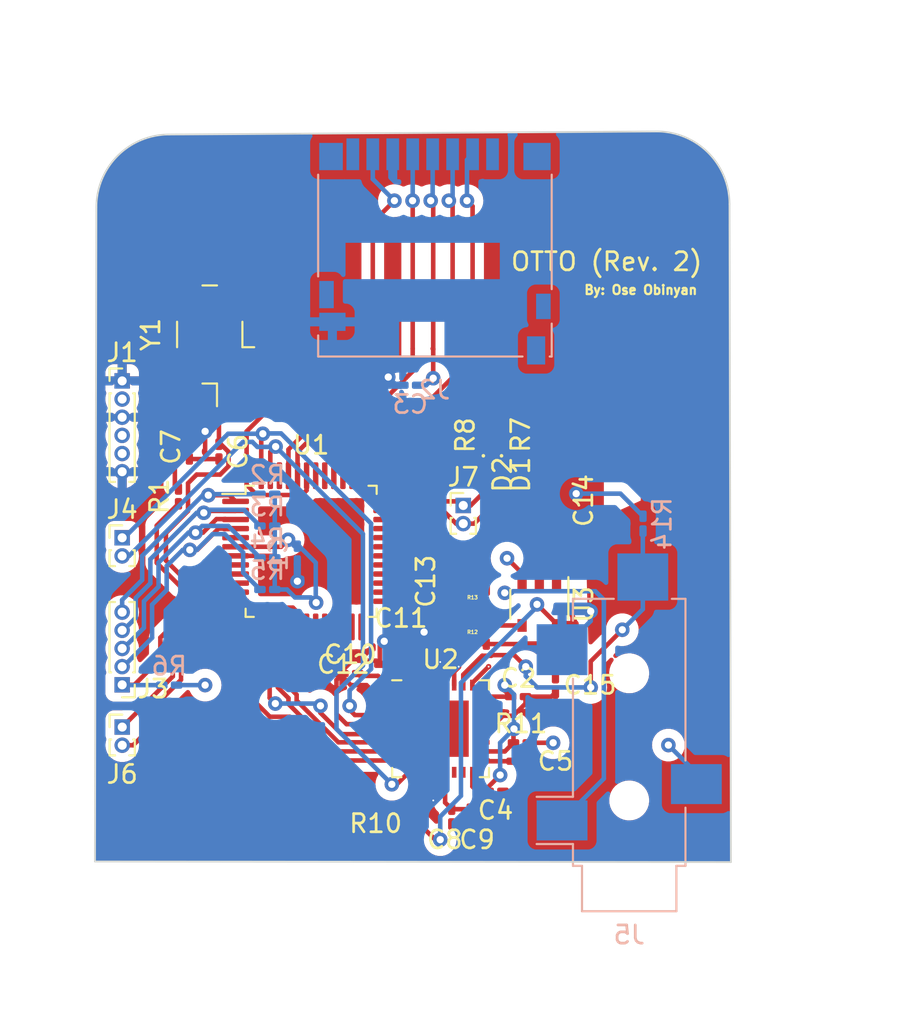
<source format=kicad_pcb>
(kicad_pcb (version 20221018) (generator pcbnew)
  (layers (0 "F.Cu" signal) (1 "In1.Cu" signal) (2 "In2.Cu" signal) (31 "B.Cu" signal) (34 "B.Paste" user) (35 "F.Paste" user) (36 "B.SilkS" user "B.Silkscreen") (37 "F.SilkS" user "F.Silkscreen") (38 "B.Mask" user) (39 "F.Mask" user) (44 "Edge.Cuts" user))
  (net 0 "")
  (net 1 "3.3v")
  (net 2 "VSS")
  (net 3 "Net-(U2-AVDD)")
  (net 4 "Net-(U2-BYPASS)")
  (net 5 "Net-(U1-PF0)")
  (net 6 "Net-(C7-Pad1)")
  (net 7 "Net-(U2-REF)")
  (net 8 "Net-(U2-C1P)")
  (net 9 "Net-(U2-HPVSS)")
  (net 10 "2.7v")
  (net 11 "Net-(D1-K)")
  (net 12 "SWDIO")
  (net 13 "Net-(D2-K)")
  (net 14 "SWCLK")
  (net 18 "CS")
  (net 19 "MOSI")
  (net 20 "CLK")
  (net 21 "MISO")
  (net 23 ".")
  (net 24 "..")
  (net 25 "...")
  (net 26 "Enter")
  (net 27 "....")
  (net 28 "SDA")
  (net 29 "SCL")
  (net 30 "HPL")
  (net 31 "HPR")
  (net 32 "HPS")
  (net 33 "RX")
  (net 34 "TX")
  (net 35 "Net-(U1-PF1)")
  (net 36 "Net-(U2-DVDD)")
  (net 37 "Net-(U3-ADJ)")
  (net 45 "I2S_WS")
  (net 46 "I2S_SCK")
  (net 47 "I2S_MCK")
  (net 48 "I2S_SD")
  (footprint "Resistor_SMD:R_0201_0603Metric_Pad0.64x0.40mm_HandSolder" (layer "F.Cu") (at 180.467 100.965)
    (fp_text reference "R11")
    (fp_text value "300" hide)
  )
  (footprint "LED_SMD:LED_0201_0603Metric_Pad0.64x0.40mm_HandSolder" (layer "F.Cu") (at 178.4 86.2 -90)
    (fp_text reference "D2")
    (fp_text value "LED")
  )
  (footprint "Capacitor_SMD:C_0201_0603Metric_Pad0.64x0.40mm_HandSolder" (layer "F.Cu") (at 163.83 84.9365 -90)
    (fp_text reference "C6")
    (fp_text value "15pf")
  )
  (footprint "Capacitor_SMD:C_0201_0603Metric_Pad0.64x0.40mm_HandSolder" (layer "F.Cu") (at 180.3135 98.425 180)
    (fp_text reference "C2")
    (fp_text value "1uF")
  )
  (footprint "Resistor_SMD:R_0201_0603Metric_Pad0.64x0.40mm_HandSolder" (layer "F.Cu") (at 178.562 95.123 90)
    (fp_text reference "R12")
    (fp_text value "500")
  )
  (footprint "Connector_PinHeader_1.00mm:PinHeader_1x02_P1.00mm_Vertical" (layer "F.Cu") (at 158.5 100.1)
    (fp_text reference "J6")
    (fp_text value "Conn_01x02")
  )
  (footprint "Crystal:Crystal_SMD_EuroQuartz_MJ-4Pin_5.0x3.2mm_HandSoldering" (layer "F.Cu") (at 163.322 78.486 90)
    (fp_text reference "Y1")
    (fp_text value "Crystal")
  )
  (footprint "LED_SMD:LED_0201_0603Metric_Pad0.64x0.40mm_HandSolder" (layer "F.Cu") (at 179.4 86.2 -90)
    (fp_text reference "D1")
    (fp_text value "LED")
  )
  (footprint "Capacitor_SMD:C_0201_0603Metric_Pad0.64x0.40mm_HandSolder" (layer "F.Cu") (at 176.657 105.029 90)
    (fp_text reference "C8")
    (fp_text value "10uF")
  )
  (footprint "Connector_PinHeader_1.00mm:PinHeader_1x02_P1.00mm_Vertical" (layer "F.Cu") (at 158.496 89.678)
    (fp_text reference "J4")
    (fp_text value "Conn_01x02")
  )
  (footprint "Capacitor_SMD:C_0201_0603Metric_Pad0.64x0.40mm_HandSolder" (layer "F.Cu") (at 177.673 105.029 90)
    (fp_text reference "C9")
    (fp_text value "0.1uF")
  )
  (footprint "Connector_PinHeader_1.00mm:PinHeader_1x06_P1.00mm_Vertical" (layer "F.Cu") (at 158.496 81.042)
    (fp_text reference "J1")
    (fp_text value "Conn_01x05" hide)
  )
  (footprint "Connector_PinHeader_1.00mm:PinHeader_1x02_P1.00mm_Vertical" (layer "F.Cu") (at 177.292 87.9)
    (fp_text reference "J7")
    (fp_text value "Conn_01x02")
  )
  (footprint "Resistor_SMD:R_0201_0603Metric_Pad0.64x0.40mm_HandSolder" (layer "F.Cu") (at 178.562 92.964 90)
    (fp_text reference "R13")
    (fp_text value "357")
  )
  (footprint "Package_DFN_QFN:WQFN-32-1EP_5x5mm_P0.5mm_EP3.1x3.1mm" (layer "F.Cu") (at 176.042 100.19)
    (fp_text reference "U2")
    (fp_text value "~")
  )
  (footprint "Capacitor_SMD:C_0201_0603Metric_Pad0.64x0.40mm_HandSolder" (layer "F.Cu") (at 171.069 97.155)
    (fp_text reference "C10")
    (fp_text value "2.2uF")
  )
  (footprint "Package_QFP:LQFP-48_7x7mm_P0.5mm" (layer "F.Cu") (at 168.91 90.424)
    (fp_text reference "U1")
    (fp_text value "STM32C031C6Tx")
  )
  (footprint "Capacitor_SMD:C_0201_0603Metric_Pad0.64x0.40mm_HandSolder" (layer "F.Cu") (at 182.372 97.79 90)
    (fp_text reference "C15")
    (fp_text value "0.7uF")
  )
  (footprint "Resistor_SMD:R_0201_0603Metric_Pad0.64x0.40mm_HandSolder" (layer "F.Cu") (at 179.4 84.0075 -90)
    (fp_text reference "R7")
    (fp_text value "1k")
  )
  (footprint "Capacitor_SMD:C_0201_0603Metric_Pad0.64x0.40mm_HandSolder" (layer "F.Cu") (at 173.101 96.647 180)
    (fp_text reference "C12")
    (fp_text value "1uF")
  )
  (footprint "Resistor_SMD:R_0201_0603Metric_Pad0.64x0.40mm_HandSolder" (layer "F.Cu") (at 178.4 84.0325 -90)
    (fp_text reference "R8")
    (fp_text value "1k")
  )
  (footprint "Capacitor_SMD:C_0201_0603Metric_Pad0.64x0.40mm_HandSolder" (layer "F.Cu") (at 176.276 92.075 90)
    (fp_text reference "C13")
    (fp_text value "1uF")
  )
  (footprint "Connector_PinHeader_1.00mm:PinHeader_1x05_P1.00mm_Vertical" (layer "F.Cu") (at 158.496 97.774 180)
    (fp_text reference "J3")
    (fp_text value "Conn_01x05" hide)
  )
  (footprint "Capacitor_SMD:C_0201_0603Metric_Pad0.64x0.40mm_HandSolder" (layer "F.Cu") (at 180.3915 101.981)
    (fp_text reference "C5")
    (fp_text value "2.2uF")
  )
  (footprint "Resistor_SMD:R_0201_0603Metric_Pad0.64x0.40mm_HandSolder" (layer "F.Cu") (at 174.625 104.775 -90)
    (fp_text reference "R10")
    (fp_text value "300")
  )
  (footprint "Resistor_SMD:R_0201_0603Metric_Pad0.64x0.40mm_HandSolder" (layer "F.Cu") (at 161.6 87.4 90)
    (fp_text reference "R1")
    (fp_text value "200k")
  )
  (footprint "Capacitor_SMD:C_0201_0603Metric_Pad0.64x0.40mm_HandSolder" (layer "F.Cu") (at 162.2 84.93 -90)
    (fp_text reference "C7")
    (fp_text value "15pf")
  )
  (footprint "Capacitor_SMD:C_0201_0603Metric_Pad0.64x0.40mm_HandSolder" (layer "F.Cu") (at 175.26 96.266 -90)
    (fp_text reference "C11")
    (fp_text value "2.2uF")
  )
  (footprint "Package_SO:TSOP-5_1.65x3.05mm_P0.95mm" (layer "F.Cu") (at 181.483 93.345 -90)
    (fp_text reference "U3")
    (fp_text value "~")
  )
  (footprint "Capacitor_SMD:C_0201_0603Metric_Pad0.64x0.40mm_HandSolder" (layer "F.Cu") (at 183.7955 89.535 180)
    (fp_text reference "C14")
    (fp_text value "1uF")
  )
  (footprint "Capacitor_SMD:C_0201_0603Metric_Pad0.64x0.40mm_HandSolder" (layer "F.Cu") (at 179.07 103.632 180)
    (fp_text reference "C4")
    (fp_text value "1uF")
  )
  (footprint "Resistor_SMD:R_0201_0603Metric_Pad0.64x0.40mm_HandSolder" (layer "B.Cu") (at 166.497 89.027 180)
    (fp_text reference "R3")
    (fp_text value "1k")
  )
  (footprint "Capacitor_SMD:C_0201_0603Metric_Pad0.64x0.40mm_HandSolder" (layer "B.Cu") (at 168.148 90.551 -90)
    (fp_text reference "C1")
    (fp_text value "100nF")
  )
  (footprint "Resistor_SMD:R_0201_0603Metric_Pad0.64x0.40mm_HandSolder" (layer "B.Cu") (at 166.497 87.277 180)
    (fp_text reference "R2")
    (fp_text value "1k")
  )
  (footprint "Resistor_SMD:R_0201_0603Metric_Pad0.64x0.40mm_HandSolder" (layer "B.Cu") (at 187.198 88.9 90)
    (fp_text reference "R14")
    (fp_text value "1k")
  )
  (footprint "Resistor_SMD:R_0201_0603Metric_Pad0.64x0.40mm_HandSolder" (layer "B.Cu") (at 166.497 90.777 180)
    (fp_text reference "R4")
    (fp_text value "1k")
  )
  (footprint "Capacitor_SMD:C_0201_0603Metric_Pad0.64x0.40mm_HandSolder" (layer "B.Cu") (at 174.371 81.28)
    (fp_text reference "C3")
    (fp_text value "100nF")
  )
  (footprint "Connector_Card:microSD_HC_Hirose_DM3D-SF" (layer "B.Cu") (at 175.731 73.914)
    (fp_text reference "J2")
    (fp_text value "Micro_SD_Card")
  )
  (footprint "Resistor_SMD:R_0201_0603Metric_Pad0.64x0.40mm_HandSolder" (layer "B.Cu") (at 161.0875 97.79 180)
    (fp_text reference "R6")
    (fp_text value "1k")
  )
  (footprint "Resistor_SMD:R_0201_0603Metric_Pad0.64x0.40mm_HandSolder" (layer "B.Cu") (at 166.497 92.527 180)
    (fp_text reference "R5")
    (fp_text value "1k")
  )
  (footprint "Connector_Audio:Jack_3.5mm_CUI_SJ-3524-SMT_Horizontal" (layer "B.Cu") (at 186.436 101.64)
    (fp_text reference "J5")
    (fp_text value "AudioJack3_SwitchT")
  )
  (gr_line (start 157 107.5) (end 157.078427 71.478427) (stroke (width 0.1)) (layer "Edge.Cuts"))
  (gr_arc (start 157.078427 71.478427) (mid 158.25 68.65) (end 161.078427 67.478427) (stroke (width 0.1)) (layer "Edge.Cuts"))
  (gr_line (start 192.038427 107.531573) (end 157 107.5) (stroke (width 0.1)) (layer "Edge.Cuts"))
  (gr_arc (start 187.96 67.31) (mid 190.788435 68.481565) (end 191.96 71.31) (stroke (width 0.1)) (layer "Edge.Cuts"))
  (gr_line (start 191.96 71.31) (end 192.038427 107.531573) (stroke (width 0.1)) (layer "Edge.Cuts"))
  (gr_line (start 161.078427 67.478427) (end 187.96 67.31) (stroke (width 0.1)) (layer "Edge.Cuts"))
  (gr_text "OTTO (Rev. 2)" (at 179.832 75.057) (layer "F.SilkS") (effects (font (size 1 1)) (justify left bottom)))
  (gr_text "By: Ose Obinyan" (at 183.896 76.327) (layer "F.SilkS") (effects (font (size 0.5 0.5) (thickness 0.125)) (justify left bottom)))
  (segment (start 175.636003 79.294003) (end 175.606 79.264) (width 0.25) (layer "F.Cu") (net 1))
  (segment (start 175.636003 71.2585) (end 175.636003 79.294003) (width 0.25) (layer "F.Cu") (net 1))
  (segment (start 180.533 91.633) (end 179.705 90.805) (width 0.25) (layer "F.Cu") (net 1))
  (segment (start 175.497503 71.12) (end 175.636003 71.2585) (width 0.25) (layer "F.Cu") (net 1))
  (segment (start 167.255 90.174) (end 164.7475 90.174) (width 0.25) (layer "F.Cu") (net 1))
  (segment (start 175.636003 80.894003) (end 175.636003 79.294003) (width 0.25) (layer "F.Cu") (net 1))
  (segment (start 180.533 92.185) (end 180.533 91.633) (width 0.25) (layer "F.Cu") (net 1))
  (segment (start 167.64 89.789) (end 167.255 90.174) (width 0.25) (layer "F.Cu") (net 1))
  (segment (start 180.8745 100.965) (end 182.245 100.965) (width 0.25) (layer "F.Cu") (net 1))
  (via (at 179.705 90.805) (size 0.8) (drill 0.4) (layers "F.Cu" "B.Cu") (net 1))
  (via (at 183.515 87.249) (size 0.8) (drill 0.4) (layers "F.Cu" "B.Cu") (net 1))
  (via (at 163.068 97.79) (size 0.8) (drill 0.4) (layers "F.Cu" "B.Cu") (net 1))
  (via (at 175.497503 71.12) (size 0.8) (drill 0.4) (layers "F.Cu" "B.Cu") (net 1))
  (via (at 167.64 89.789) (size 0.8) (drill 0.4) (layers "F.Cu" "B.Cu") (net 1))
  (via (at 169.184957 93.2495) (size 0.8) (drill 0.4) (layers "F.Cu" "B.Cu") (net 1))
  (via (at 182.245 100.965) (size 0.8) (drill 0.4) (layers "F.Cu" "B.Cu") (net 1))
  (via (at 175.636003 80.894003) (size 0.8) (drill 0.4) (layers "F.Cu" "B.Cu") (net 1))
  (segment (start 168.254312 90.1435) (end 168.148 90.1435) (width 0.25) (layer "B.Cu") (net 1))
  (segment (start 166.9045 87.277) (end 166.9045 89.027) (width 0.25) (layer "B.Cu") (net 1))
  (segment (start 175.250006 81.28) (end 175.636003 80.894003) (width 0.25) (layer "B.Cu") (net 1))
  (segment (start 167.9945 90.1435) (end 167.64 89.789) (width 0.25) (layer "B.Cu") (net 1))
  (segment (start 166.9045 90.777) (end 166.9045 92.527) (width 0.25) (layer "B.Cu") (net 1))
  (segment (start 166.9045 89.027) (end 166.9045 90.777) (width 0.25) (layer "B.Cu") (net 1))
  (segment (start 167.584 92.527) (end 166.9045 92.527) (width 0.25) (layer "B.Cu") (net 1))
  (segment (start 168.148 90.1435) (end 167.9945 90.1435) (width 0.25) (layer "B.Cu") (net 1))
  (segment (start 169.184957 93.2495) (end 168.899457 92.964) (width 0.25) (layer "B.Cu") (net 1))
  (segment (start 169.184957 93.2495) (end 169.164 93.228543) (width 0.25) (layer "B.Cu") (net 1))
  (segment (start 168.021 92.964) (end 167.584 92.527) (width 0.25) (layer "B.Cu") (net 1))
  (segment (start 168.899457 92.964) (end 168.021 92.964) (width 0.25) (layer "B.Cu") (net 1))
  (segment (start 187.198 88.4925) (end 185.9545 87.249) (width 0.25) (layer "B.Cu") (net 1))
  (segment (start 169.164 93.228543) (end 169.164 91.053188) (width 0.25) (layer "B.Cu") (net 1))
  (segment (start 161.495 97.79) (end 163.068 97.79) (width 0.25) (layer "B.Cu") (net 1))
  (segment (start 175.606 71.011503) (end 175.606 68.564) (width 0.25) (layer "B.Cu") (net 1))
  (segment (start 175.497503 71.12) (end 175.606 71.011503) (width 0.25) (layer "B.Cu") (net 1))
  (segment (start 174.7785 81.28) (end 175.250006 81.28) (width 0.25) (layer "B.Cu") (net 1))
  (segment (start 185.9545 87.249) (end 183.515 87.249) (width 0.25) (layer "B.Cu") (net 1))
  (segment (start 169.164 91.053188) (end 168.254312 90.1435) (width 0.25) (layer "B.Cu") (net 1))
  (segment (start 177.792 97.79) (end 177.792 97.671) (width 0.25) (layer "F.Cu") (net 2))
  (segment (start 182.372 98.679) (end 183.769 100.076) (width 0.25) (layer "F.Cu") (net 2))
  (segment (start 175.792 102.59) (end 175.792 103.989) (width 0.25) (layer "F.Cu") (net 2))
  (segment (start 171.1695 96.447001) (end 170.6615 96.955001) (width 0.25) (layer "F.Cu") (net 2))
  (segment (start 174.792 97.79) (end 174.792 97.126812) (width 0.25) (layer "F.Cu") (net 2))
  (segment (start 180.049 99.478) (end 180.721 98.806) (width 0.25) (layer "F.Cu") (net 2))
  (segment (start 172.6935 95.62) (end 172.9365 95.377) (width 0.25) (layer "F.Cu") (net 2))
  (segment (start 177.792 97.671) (end 178.689 96.774) (width 0.25) (layer "F.Cu") (net 2))
  (segment (start 163.83 85.344) (end 163.068 85.344) (width 0.25) (layer "F.Cu") (net 2))
  (segment (start 179.479 99.478) (end 180.049 99.478) (width 0.25) (layer "F.Cu") (net 2))
  (segment (start 178.442 99.94) (end 179.017 99.94) (width 0.25) (layer "F.Cu") (net 2))
  (segment (start 180.721 98.806) (end 180.721 98.425) (width 0.25) (layer "F.Cu") (net 2))
  (segment (start 170.859689 99.94) (end 170.3065 99.386811) (width 0.25) (layer "F.Cu") (net 2))
  (segment (start 173.160201 79.509799) (end 173.406 79.264) (width 0.25) (layer "F.Cu") (net 2))
  (segment (start 164.7475 90.674) (end 166.755598 90.674) (width 0.25) (layer "F.Cu") (net 2))
  (segment (start 170.6615 97.354999) (end 170.6615 97.155) (width 0.25) (layer "F.Cu") (net 2))
  (segment (start 170.6615 96.955001) (end 170.6615 97.155) (width 0.25) (layer "F.Cu") (net 2))
  (segment (start 163.068 85.344) (end 163.068 83.82) (width 0.25) (layer "F.Cu") (net 2))
  (segment (start 173.108 98.94) (end 171.958 97.79) (width 0.25) (layer "F.Cu") (net 2))
  (segment (start 182.1445 98.425) (end 182.372 98.1975) (width 0.25) (layer "F.Cu") (net 2))
  (segment (start 174.779896 95.8585) (end 175.26 95.8585) (width 0.25) (layer "F.Cu") (net 2))
  (segment (start 173.160201 80.831201) (end 173.160201 79.509799) (width 0.25) (layer "F.Cu") (net 2))
  (segment (start 170.3065 97.51) (end 170.6615 97.155) (width 0.25) (layer "F.Cu") (net 2))
  (segment (start 174.625 96.959812) (end 174.625 96.013396) (width 0.25) (layer "F.Cu") (net 2))
  (segment (start 171.958 97.79) (end 171.096501 97.79) (width 0.25) (layer "F.Cu") (net 2))
  (segment (start 174.792 97.126812) (end 174.625 96.959812) (width 0.25) (layer "F.Cu") (net 2))
  (segment (start 173.642 99.94) (end 170.859689 99.94) (width 0.25) (layer "F.Cu") (net 2))
  (segment (start 172.6935 96.647) (end 172.6935 95.62) (width 0.25) (layer "F.Cu") (net 2))
  (segment (start 166.755598 90.674) (end 168.152299 92.070701) (width 0.25) (layer "F.Cu") (net 2))
  (segment (start 176.657 105.4365) (end 177.673 105.4365) (width 0.25) (layer "F.Cu") (net 2))
  (segment (start 172.493501 96.447001) (end 171.1695 96.447001) (width 0.25) (layer "F.Cu") (net 2))
  (segment (start 179.017 99.94) (end 179.479 99.478) (width 0.25) (layer "F.Cu") (net 2))
  (segment (start 163.068 85.344) (end 162.2065 85.344) (width 0.25) (layer "F.Cu") (net 2))
  (segment (start 175.26 95.8585) (end 175.26 94.996) (width 0.25) (layer "F.Cu") (net 2))
  (segment (start 175.26 94.996) (end 175.133 94.869) (width 0.25) (layer "F.Cu") (net 2))
  (segment (start 173.642 98.94) (end 173.108 98.94) (width 0.25) (layer "F.Cu") (net 2))
  (segment (start 171.096501 97.79) (end 170.6615 97.354999) (width 0.25) (layer "F.Cu") (net 2))
  (segment (start 174.625 96.013396) (end 174.779896 95.8585) (width 0.25) (layer "F.Cu") (net 2))
  (segment (start 182.372 98.1975) (end 182.372 98.679) (width 0.25) (layer "F.Cu") (net 2))
  (segment (start 172.6935 96.647) (end 172.493501 96.447001) (width 0.25) (layer "F.Cu") (net 2))
  (segment (start 180.721 98.425) (end 182.1445 98.425) (width 0.25) (layer "F.Cu") (net 2))
  (segment (start 162.2065 85.344) (end 162.2 85.3375) (width 0.25) (layer "F.Cu") (net 2))
  (segment (start 170.3065 99.386811) (end 170.3065 97.51) (width 0.25) (layer "F.Cu") (net 2))
  (segment (start 175.792 103.989) (end 175.641 104.14) (width 0.25) (layer "F.Cu") (net 2))
  (via (at 173.160201 80.831201) (size 0.8) (drill 0.4) (layers "F.Cu" "B.Cu") (net 2))
  (via (at 184.3145 93.726) (size 0.8) (drill 0.4) (layers "F.Cu" "B.Cu") (net 2))
  (via micro (at 178.689 96.774) (size 0.3) (drill 0.1) (layers "F.Cu" "In1.Cu") (net 2))
  (via (at 172.9365 95.377) (size 0.8) (drill 0.4) (layers "F.Cu" "B.Cu") (net 2))
  (via (at 175.133 94.869) (size 0.8) (drill 0.4) (layers "F.Cu" "B.Cu") (net 2))
  (via (at 163.068 83.82) (size 0.8) (drill 0.4) (layers "F.Cu" "B.Cu") (net 2))
  (via (at 168.152299 92.070701) (size 0.8) (drill 0.4) (layers "F.Cu" "B.Cu") (net 2))
  (via micro (at 175.641 104.14) (size 0.3) (drill 0.1) (layers "F.Cu" "In1.Cu") (net 2))
  (segment (start 168.148 90.9585) (end 168.148 92.066402) (width 0.25) (layer "B.Cu") (net 2))
  (segment (start 173.9635 81.28) (end 173.609 81.28) (width 0.25) (layer "B.Cu") (net 2))
  (segment (start 182.736 95.84) (end 184.3145 94.2615) (width 0.25) (layer "B.Cu") (net 2))
  (segment (start 173.609 81.28) (end 173.160201 80.831201) (width 0.25) (layer "B.Cu") (net 2))
  (segment (start 184.3145 94.2615) (end 184.3145 93.726) (width 0.25) (layer "B.Cu") (net 2))
  (segment (start 168.148 92.066402) (end 168.152299 92.070701) (width 0.25) (layer "B.Cu") (net 2))
  (segment (start 180.0595 100.965) (end 180.0595 100.2295) (width 0.25) (layer "F.Cu") (net 3))
  (segment (start 178.6625 103.4045) (end 179.324 102.743) (width 0.25) (layer "F.Cu") (net 3))
  (segment (start 179.906 98.425) (end 178.457 98.425) (width 0.25) (layer "F.Cu") (net 3))
  (segment (start 178.6625 103.632) (end 178.6625 103.4045) (width 0.25) (layer "F.Cu") (net 3))
  (segment (start 179.578 97.79) (end 179.578 98.097) (width 0.25) (layer "F.Cu") (net 3))
  (segment (start 179.578 98.097) (end 179.906 98.425) (width 0.25) (layer "F.Cu") (net 3))
  (segment (start 178.457 98.425) (end 178.442 98.44) (width 0.25) (layer "F.Cu") (net 3))
  (segment (start 178.6625 103.632) (end 178.054 103.632) (width 0.25) (layer "F.Cu") (net 3))
  (segment (start 177.792 103.37) (end 177.792 102.59) (width 0.25) (layer "F.Cu") (net 3))
  (segment (start 179.5845 101.44) (end 178.442 101.44) (width 0.25) (layer "F.Cu") (net 3))
  (segment (start 178.054 103.632) (end 177.792 103.37) (width 0.25) (layer "F.Cu") (net 3))
  (segment (start 180.0595 100.965) (end 179.5845 101.44) (width 0.25) (layer "F.Cu") (net 3))
  (segment (start 180.0595 100.2295) (end 180.086 100.203) (width 0.25) (layer "F.Cu") (net 3))
  (via (at 179.324 102.743) (size 0.8) (drill 0.4) (layers "F.Cu" "B.Cu") (net 3))
  (via (at 179.578 97.79) (size 0.8) (drill 0.4) (layers "F.Cu" "B.Cu") (net 3))
  (via (at 180.086 100.203) (size 0.8) (drill 0.4) (layers "F.Cu" "B.Cu") (net 3))
  (segment (start 179.578 97.79) (end 180.086 98.298) (width 0.25) (layer "B.Cu") (net 3))
  (segment (start 179.324 102.743) (end 179.324 100.965) (width 0.25) (layer "B.Cu") (net 3))
  (segment (start 179.324 100.965) (end 180.086 100.203) (width 0.25) (layer "B.Cu") (net 3))
  (segment (start 180.086 98.298) (end 180.086 100.203) (width 0.25) (layer "B.Cu") (net 3))
  (segment (start 178.483 101.981) (end 178.442 101.94) (width 0.25) (layer "F.Cu") (net 4))
  (segment (start 179.984 101.981) (end 178.483 101.981) (width 0.25) (layer "F.Cu") (net 4))
  (segment (start 163.83 84.529) (end 163.936312 84.529) (width 0.25) (layer "F.Cu") (net 5))
  (segment (start 164.747 80.811) (end 164.747 82.253) (width 0.25) (layer "F.Cu") (net 5))
  (segment (start 160.909 90.930604) (end 161.857396 91.879) (width 0.25) (layer "F.Cu") (net 5))
  (segment (start 163.83 83.17) (end 163.83 84.529) (width 0.25) (layer "F.Cu") (net 5))
  (segment (start 164.355 84.947688) (end 164.355 85.740312) (width 0.25) (layer "F.Cu") (net 5))
  (segment (start 164.355 85.740312) (end 163.895312 86.2) (width 0.25) (layer "F.Cu") (net 5))
  (segment (start 164.747 82.253) (end 163.83 83.17) (width 0.25) (layer "F.Cu") (net 5))
  (segment (start 163.895312 86.2) (end 162.6 86.2) (width 0.25) (layer "F.Cu") (net 5))
  (segment (start 163.936312 84.529) (end 164.355 84.947688) (width 0.25) (layer "F.Cu") (net 5))
  (segment (start 162.125 86.675) (end 162.125 88.203812) (width 0.25) (layer "F.Cu") (net 5))
  (segment (start 162.6 86.2) (end 162.125 86.675) (width 0.25) (layer "F.Cu") (net 5))
  (segment (start 162.623416 91.879) (end 163.328416 91.174) (width 0.25) (layer "F.Cu") (net 5))
  (segment (start 160.909 89.419812) (end 160.909 90.930604) (width 0.25) (layer "F.Cu") (net 5))
  (segment (start 161.857396 91.879) (end 162.623416 91.879) (width 0.25) (layer "F.Cu") (net 5))
  (segment (start 163.328416 91.174) (end 164.7475 91.174) (width 0.25) (layer "F.Cu") (net 5))
  (segment (start 162.125 88.203812) (end 160.909 89.419812) (width 0.25) (layer "F.Cu") (net 5))
  (segment (start 162.000001 84.5225) (end 161.4 85.122501) (width 0.25) (layer "F.Cu") (net 6))
  (segment (start 163.047 82.698) (end 162.2 83.545) (width 0.25) (layer "F.Cu") (net 6))
  (segment (start 162.2 84.5225) (end 162.000001 84.5225) (width 0.25) (layer "F.Cu") (net 6))
  (segment (start 161.4 86.7925) (end 161.6 86.9925) (width 0.25) (layer "F.Cu") (net 6))
  (segment (start 162.2 83.545) (end 162.2 84.5225) (width 0.25) (layer "F.Cu") (net 6))
  (segment (start 163.047 77.861) (end 163.047 82.698) (width 0.25) (layer "F.Cu") (net 6))
  (segment (start 161.4 85.122501) (end 161.4 86.7925) (width 0.25) (layer "F.Cu") (net 6))
  (segment (start 164.747 76.161) (end 163.047 77.861) (width 0.25) (layer "F.Cu") (net 6))
  (segment (start 176.657 104.6215) (end 176.292 104.2565) (width 0.25) (layer "F.Cu") (net 7))
  (segment (start 177.673 104.6215) (end 176.657 104.6215) (width 0.25) (layer "F.Cu") (net 7))
  (segment (start 176.292 104.2565) (end 176.292 102.59) (width 0.25) (layer "F.Cu") (net 7))
  (segment (start 173.642 98.44) (end 173.642 98.331) (width 0.25) (layer "F.Cu") (net 8))
  (segment (start 172.593 97.282) (end 171.6035 97.282) (width 0.25) (layer "F.Cu") (net 8))
  (segment (start 171.6035 97.282) (end 171.4765 97.155) (width 0.25) (layer "F.Cu") (net 8))
  (segment (start 173.642 98.331) (end 172.593 97.282) (width 0.25) (layer "F.Cu") (net 8))
  (segment (start 175.26 97.758) (end 175.292 97.79) (width 0.25) (layer "F.Cu") (net 9))
  (segment (start 175.26 96.6735) (end 175.26 97.758) (width 0.25) (layer "F.Cu") (net 9))
  (segment (start 175.292 96.7055) (end 175.26 96.6735) (width 0.25) (layer "F.Cu") (net 9))
  (segment (start 176.022 106.299) (end 175.7415 106.299) (width 0.25) (layer "F.Cu") (net 10))
  (segment (start 177.9005 95.5305) (end 177.8 95.631) (width 0.25) (layer "F.Cu") (net 10))
  (segment (start 182.372 97.3825) (end 182.372 96.393) (width 0.25) (layer "F.Cu") (net 10))
  (segment (start 176.292 97.79) (end 176.292 96.921752) (width 0.25) (layer "F.Cu") (net 10))
  (segment (start 178.562 95.5305) (end 177.9005 95.5305) (width 0.25) (layer "F.Cu") (net 10))
  (segment (start 178.562 95.5305) (end 181.2555 95.5305) (width 0.25) (layer "F.Cu") (net 10))
  (segment (start 176.292 96.921752) (end 176.497 96.716752) (width 0.25) (layer "F.Cu") (net 10))
  (segment (start 181.2555 95.5305) (end 181.483 95.758) (width 0.25) (layer "F.Cu") (net 10))
  (segment (start 173.99 96.647) (end 173.99 95.25) (width 0.25) (layer "F.Cu") (net 10))
  (segment (start 176.497 95.791) (end 176.53 95.758) (width 0.25) (layer "F.Cu") (net 10))
  (segment (start 182.433 94.422) (end 181.356 93.345) (width 0.25) (layer "F.Cu") (net 10))
  (segment (start 174.292 97.457) (end 173.99 97.155) (width 0.25) (layer "F.Cu") (net 10))
  (segment (start 175.7415 106.299) (end 174.625 105.1825) (width 0.25) (layer "F.Cu") (net 10))
  (segment (start 182.433 94.505) (end 182.433 94.422) (width 0.25) (layer "F.Cu") (net 10))
  (segment (start 173.99 96.647) (end 173.5085 96.647) (width 0.25) (layer "F.Cu") (net 10))
  (segment (start 176.497 96.716752) (end 176.497 95.791) (width 0.25) (layer "F.Cu") (net 10))
  (segment (start 174.292 97.79) (end 174.292 97.457) (width 0.25) (layer "F.Cu") (net 10))
  (segment (start 173.99 97.155) (end 173.99 96.647) (width 0.25) (layer "F.Cu") (net 10))
  (via (at 176.022 106.299) (size 0.8) (drill 0.4) (layers "F.Cu" "B.Cu") (net 10))
  (via (at 181.356 93.345) (size 0.8) (drill 0.4) (layers "F.Cu" "B.Cu") (net 10))
  (segment (start 181.356 93.472) (end 181.356 93.345) (width 0.25) (layer "B.Cu") (net 10))
  (segment (start 176.022 106.299) (end 176.022 105.029) (width 0.25) (layer "B.Cu") (net 10))
  (segment (start 176.022 105.029) (end 177.165 103.886) (width 0.25) (layer "B.Cu") (net 10))
  (segment (start 177.165 97.663) (end 181.356 93.472) (width 0.25) (layer "B.Cu") (net 10))
  (segment (start 177.165 103.886) (end 177.165 97.663) (width 0.25) (layer "B.Cu") (net 10))
  (segment (start 179.4 85.7925) (end 179.4 84.415) (width 0.25) (layer "F.Cu") (net 11))
  (segment (start 177.89304 88.9) (end 179.4 87.39304) (width 0.25) (layer "F.Cu") (net 12))
  (segment (start 177.292 88.9) (end 177.89304 88.9) (width 0.25) (layer "F.Cu") (net 12))
  (segment (start 176.174 88.174) (end 173.0725 88.174) (width 0.25) (layer "F.Cu") (net 12))
  (segment (start 177.292 88.9) (end 176.9 88.9) (width 0.25) (layer "F.Cu") (net 12))
  (segment (start 176.9 88.9) (end 176.174 88.174) (width 0.25) (layer "F.Cu") (net 12))
  (segment (start 179.4 87.39304) (end 179.4 86.6075) (width 0.25) (layer "F.Cu") (net 12))
  (segment (start 178.4 85.7925) (end 178.4 84.44) (width 0.25) (layer "F.Cu") (net 13))
  (segment (start 178.4 87.2) (end 178.4 86.6075) (width 0.25) (layer "F.Cu") (net 14))
  (segment (start 177.292 87.9) (end 177.066 87.674) (width 0.25) (layer "F.Cu") (net 14))
  (segment (start 177.292 87.9) (end 177.7 87.9) (width 0.25) (layer "F.Cu") (net 14))
  (segment (start 177.066 87.674) (end 173.0725 87.674) (width 0.25) (layer "F.Cu") (net 14))
  (segment (start 177.7 87.9) (end 178.4 87.2) (width 0.25) (layer "F.Cu") (net 14))
  (segment (start 177.806 80.385) (end 174.995 83.196) (width 0.25) (layer "F.Cu") (net 18))
  (segment (start 171.66 84.118) (end 171.66 86.2615) (width 0.25) (layer "F.Cu") (net 18))
  (segment (start 174.995 83.196) (end 172.582 83.196) (width 0.25) (layer "F.Cu") (net 18))
  (segment (start 177.806 71.429491) (end 177.806 80.385) (width 0.25) (layer "F.Cu") (net 18))
  (segment (start 177.496509 71.12) (end 177.806 71.429491) (width 0.25) (layer "F.Cu") (net 18))
  (segment (start 172.582 83.196) (end 171.66 84.118) (width 0.25) (layer "F.Cu") (net 18))
  (via (at 177.496509 71.12) (size 0.8) (drill 0.4) (layers "F.Cu" "B.Cu") (net 18))
  (segment (start 177.496509 71.12) (end 177.496509 68.873491) (width 0.25) (layer "B.Cu") (net 18))
  (segment (start 177.496509 68.873491) (end 177.806 68.564) (width 0.25) (layer "B.Cu") (net 18))
  (segment (start 176.497006 71.12) (end 176.706 71.328994) (width 0.25) (layer "F.Cu") (net 19))
  (segment (start 176.706 80.848604) (end 174.808604 82.746) (width 0.25) (layer "F.Cu") (net 19))
  (segment (start 170.366396 82.746) (end 168.16 84.952396) (width 0.25) (layer "F.Cu") (net 19))
  (segment (start 168.16 84.952396) (end 168.16 86.2615) (width 0.25) (layer "F.Cu") (net 19))
  (segment (start 176.706 71.328994) (end 176.706 80.848604) (width 0.25) (layer "F.Cu") (net 19))
  (segment (start 174.808604 82.746) (end 170.366396 82.746) (width 0.25) (layer "F.Cu") (net 19))
  (via (at 176.497006 71.12) (size 0.8) (drill 0.4) (layers "F.Cu" "B.Cu") (net 19))
  (segment (start 176.706 70.911006) (end 176.706 68.564) (width 0.25) (layer "B.Cu") (net 19))
  (segment (start 176.497006 71.12) (end 176.706 70.911006) (width 0.25) (layer "B.Cu") (net 19))
  (segment (start 167.66 86.2615) (end 167.66 84.816) (width 0.25) (layer "F.Cu") (net 20))
  (segment (start 172.72 82.296) (end 174.506 80.51) (width 0.25) (layer "F.Cu") (net 20))
  (segment (start 167.66 84.816) (end 170.18 82.296) (width 0.25) (layer "F.Cu") (net 20))
  (segment (start 174.506 71.128) (end 174.498 71.12) (width 0.25) (layer "F.Cu") (net 20))
  (segment (start 174.506 80.51) (end 174.506 79.264) (width 0.25) (layer "F.Cu") (net 20))
  (segment (start 170.18 82.296) (end 172.72 82.296) (width 0.25) (layer "F.Cu") (net 20))
  (segment (start 174.506 79.264) (end 174.506 71.128) (width 0.25) (layer "F.Cu") (net 20))
  (via (at 174.498 71.12) (size 0.8) (drill 0.4) (layers "F.Cu" "B.Cu") (net 20))
  (segment (start 174.498 71.12) (end 174.506 71.112) (width 0.25) (layer "B.Cu") (net 20))
  (segment (start 174.506 71.112) (end 174.506 68.564) (width 0.25) (layer "B.Cu") (net 20))
  (segment (start 167.328 81.846) (end 165.354 83.82) (width 0.25) (layer "F.Cu") (net 21))
  (segment (start 173.498497 71.12) (end 172.306 72.312497) (width 0.25) (layer "F.Cu") (net 21))
  (segment (start 168.402764 87.324) (end 168.66 87.066764) (width 0.25) (layer "F.Cu") (net 21))
  (segment (start 165.917236 87.324) (end 168.402764 87.324) (width 0.25) (layer "F.Cu") (net 21))
  (segment (start 165.354 83.82) (end 165.354 86.760764) (width 0.25) (layer "F.Cu") (net 21))
  (segment (start 170.884 81.846) (end 167.328 81.846) (width 0.25) (layer "F.Cu") (net 21))
  (segment (start 165.354 86.760764) (end 165.917236 87.324) (width 0.25) (layer "F.Cu") (net 21))
  (segment (start 168.66 87.066764) (end 168.66 86.2615) (width 0.25) (layer "F.Cu") (net 21))
  (segment (start 172.306 80.424) (end 170.884 81.846) (width 0.25) (layer "F.Cu") (net 21))
  (segment (start 172.306 72.312497) (end 172.306 80.424) (width 0.25) (layer "F.Cu") (net 21))
  (via (at 173.498497 71.12) (size 0.8) (drill 0.4) (layers "F.Cu" "B.Cu") (net 21))
  (segment (start 173.498497 71.12) (end 172.306 69.927503) (width 0.25) (layer "B.Cu") (net 21))
  (segment (start 172.306 69.927503) (end 172.306 68.564) (width 0.25) (layer "B.Cu") (net 21))
  (segment (start 164.408265 87.334765) (end 164.7475 87.674) (width 0.25) (layer "F.Cu") (net 23))
  (segment (start 163.24427 87.334765) (end 164.408265 87.334765) (width 0.25) (layer "F.Cu") (net 23))
  (via (at 163.24427 87.334765) (size 0.8) (drill 0.4) (layers "F.Cu" "B.Cu") (net 23))
  (segment (start 159.6 91.996994) (end 158.496 93.100994) (width 0.25) (layer "B.Cu") (net 23))
  (segment (start 158.496 93.100994) (end 158.496 93.774) (width 0.25) (layer "B.Cu") (net 23))
  (segment (start 159.6 90.672792) (end 159.6 91.996994) (width 0.25) (layer "B.Cu") (net 23))
  (segment (start 163.24427 87.334765) (end 162.938027 87.334765) (width 0.25) (layer "B.Cu") (net 23))
  (segment (start 162.938027 87.334765) (end 159.6 90.672792) (width 0.25) (layer "B.Cu") (net 23))
  (segment (start 163.302035 87.277) (end 166.0895 87.277) (width 0.25) (layer "B.Cu") (net 23))
  (segment (start 163.24427 87.334765) (end 163.302035 87.277) (width 0.25) (layer "B.Cu") (net 23))
  (segment (start 162.994283 88.3025) (end 163.097783 88.199) (width 0.25) (layer "F.Cu") (net 24))
  (segment (start 164.7225 88.199) (end 164.7475 88.174) (width 0.25) (layer "F.Cu") (net 24))
  (segment (start 163.097783 88.199) (end 164.7225 88.199) (width 0.25) (layer "F.Cu") (net 24))
  (via (at 162.994283 88.3025) (size 0.8) (drill 0.4) (layers "F.Cu" "B.Cu") (net 24))
  (segment (start 160.05 90.859188) (end 160.05 92.18339) (width 0.25) (layer "B.Cu") (net 24))
  (segment (start 162.606688 88.3025) (end 160.05 90.859188) (width 0.25) (layer "B.Cu") (net 24))
  (segment (start 162.994283 88.3025) (end 162.606688 88.3025) (width 0.25) (layer "B.Cu") (net 24))
  (segment (start 162.994283 88.3025) (end 163.158783 88.138) (width 0.25) (layer "B.Cu") (net 24))
  (segment (start 165.227 88.138) (end 165.227 88.1645) (width 0.25) (layer "B.Cu") (net 24))
  (segment (start 159.246 94.084661) (end 158.556661 94.774) (width 0.25) (layer "B.Cu") (net 24))
  (segment (start 158.556661 94.774) (end 158.496 94.774) (width 0.25) (layer "B.Cu") (net 24))
  (segment (start 163.158783 88.138) (end 165.227 88.138) (width 0.25) (layer "B.Cu") (net 24))
  (segment (start 160.05 92.18339) (end 159.246 92.98739) (width 0.25) (layer "B.Cu") (net 24))
  (segment (start 165.227 88.1645) (end 166.0895 89.027) (width 0.25) (layer "B.Cu") (net 24))
  (segment (start 159.246 92.98739) (end 159.246 94.084661) (width 0.25) (layer "B.Cu") (net 24))
  (segment (start 162.947547 89.394689) (end 163.693236 88.649) (width 0.25) (layer "F.Cu") (net 25))
  (segment (start 164.191236 88.649) (end 164.216236 88.674) (width 0.25) (layer "F.Cu") (net 25))
  (segment (start 162.538567 89.394689) (end 162.947547 89.394689) (width 0.25) (layer "F.Cu") (net 25))
  (segment (start 164.216236 88.674) (end 164.7475 88.674) (width 0.25) (layer "F.Cu") (net 25))
  (segment (start 163.693236 88.649) (end 164.191236 88.649) (width 0.25) (layer "F.Cu") (net 25))
  (via (at 162.538567 89.394689) (size 0.8) (drill 0.4) (layers "F.Cu" "B.Cu") (net 25))
  (segment (start 159.696 93.173786) (end 159.696 94.634661) (width 0.25) (layer "B.Cu") (net 25))
  (segment (start 158.556661 95.774) (end 158.496 95.774) (width 0.25) (layer "B.Cu") (net 25))
  (segment (start 162.150895 89.394689) (end 160.5 91.045584) (width 0.25) (layer "B.Cu") (net 25))
  (segment (start 160.5 92.369786) (end 159.696 93.173786) (width 0.25) (layer "B.Cu") (net 25))
  (segment (start 162.538567 89.394689) (end 162.150895 89.394689) (width 0.25) (layer "B.Cu") (net 25))
  (segment (start 159.696 94.634661) (end 158.556661 95.774) (width 0.25) (layer "B.Cu") (net 25))
  (segment (start 162.538567 89.394689) (end 162.906256 89.027) (width 0.25) (layer "B.Cu") (net 25))
  (segment (start 160.5 91.045584) (end 160.5 92.369786) (width 0.25) (layer "B.Cu") (net 25))
  (segment (start 162.906256 89.027) (end 164.3395 89.027) (width 0.25) (layer "B.Cu") (net 25))
  (segment (start 164.3395 89.027) (end 166.0895 90.777) (width 0.25) (layer "B.Cu") (net 25))
  (segment (start 163.601208 92.174) (end 164.7475 92.174) (width 0.25) (layer "F.Cu") (net 26))
  (segment (start 159.171 97.774) (end 160.6 96.345) (width 0.25) (layer "F.Cu") (net 26))
  (segment (start 160.6 96.345) (end 160.6 95.175208) (width 0.25) (layer "F.Cu") (net 26))
  (segment (start 158.496 97.774) (end 159.171 97.774) (width 0.25) (layer "F.Cu") (net 26))
  (segment (start 160.6 95.175208) (end 163.601208 92.174) (width 0.25) (layer "F.Cu") (net 26))
  (segment (start 158.512 97.79) (end 158.496 97.774) (width 0.25) (layer "B.Cu") (net 26))
  (segment (start 160.68 97.79) (end 158.512 97.79) (width 0.25) (layer "B.Cu") (net 26))
  (segment (start 162.226091 90.344091) (end 162.634541 90.344091) (width 0.25) (layer "F.Cu") (net 27))
  (segment (start 163.804632 89.174) (end 164.7475 89.174) (width 0.25) (layer "F.Cu") (net 27))
  (segment (start 162.634541 90.344091) (end 163.804632 89.174) (width 0.25) (layer "F.Cu") (net 27))
  (via (at 162.226091 90.344091) (size 0.8) (drill 0.4) (layers "F.Cu" "B.Cu") (net 27))
  (segment (start 160.146 95.184661) (end 158.556661 96.774) (width 0.25) (layer "B.Cu") (net 27))
  (segment (start 162.226091 90.344091) (end 161.837889 90.344091) (width 0.25) (layer "B.Cu") (net 27))
  (segment (start 161.837889 90.344091) (end 160.95 91.23198) (width 0.25) (layer "B.Cu") (net 27))
  (segment (start 164.153104 89.477) (end 165.163552 90.487448) (width 0.25) (layer "B.Cu") (net 27))
  (segment (start 158.556661 96.774) (end 158.496 96.774) (width 0.25) (layer "B.Cu") (net 27))
  (segment (start 160.146 93.360182) (end 160.146 95.184661) (width 0.25) (layer "B.Cu") (net 27))
  (segment (start 162.615001 90.344091) (end 163.482092 89.477) (width 0.25) (layer "B.Cu") (net 27))
  (segment (start 163.482092 89.477) (end 164.153104 89.477) (width 0.25) (layer "B.Cu") (net 27))
  (segment (start 160.95 91.23198) (end 160.95 92.556182) (width 0.25) (layer "B.Cu") (net 27))
  (segment (start 160.95 92.556182) (end 160.146 93.360182) (width 0.25) (layer "B.Cu") (net 27))
  (segment (start 165.163552 91.601052) (end 166.0895 92.527) (width 0.25) (layer "B.Cu") (net 27))
  (segment (start 162.226091 90.344091) (end 162.615001 90.344091) (width 0.25) (layer "B.Cu") (net 27))
  (segment (start 165.163552 90.487448) (end 165.163552 91.601052) (width 0.25) (layer "B.Cu") (net 27))
  (segment (start 171.0315 99.1495) (end 171.322 99.44) (width 0.25) (layer "F.Cu") (net 28))
  (segment (start 166.16 84.038598) (end 166.16 86.2615) (width 0.25) (layer "F.Cu") (net 28))
  (segment (start 171.0315 98.933) (end 171.0315 99.1495) (width 0.25) (layer "F.Cu") (net 28))
  (segment (start 171.322 99.44) (end 173.642 99.44) (width 0.25) (layer "F.Cu") (net 28))
  (segment (start 166.247299 83.951299) (end 166.16 84.038598) (width 0.25) (layer "F.Cu") (net 28))
  (via (at 171.0315 98.933) (size 0.8) (drill 0.4) (layers "F.Cu" "B.Cu") (net 28))
  (via (at 166.247299 83.951299) (size 0.8) (drill 0.4) (layers "F.Cu" "B.Cu") (net 28))
  (segment (start 172.212 96.902396) (end 172.212 88.892373) (width 0.25) (layer "B.Cu") (net 28))
  (segment (start 171.0315 98.082896) (end 172.212 96.902396) (width 0.25) (layer "B.Cu") (net 28))
  (segment (start 172.212 88.892373) (end 167.253519 83.933892) (width 0.25) (layer "B.Cu") (net 28))
  (segment (start 167.253519 83.933892) (end 166.264706 83.933892) (width 0.25) (layer "B.Cu") (net 28))
  (segment (start 158.607 89.678) (end 158.496 89.678) (width 0.25) (layer "B.Cu") (net 28))
  (segment (start 166.264706 83.933892) (end 166.247299 83.951299) (width 0.25) (layer "B.Cu") (net 28))
  (segment (start 164.333701 83.951299) (end 158.607 89.678) (width 0.25) (layer "B.Cu") (net 28))
  (segment (start 166.247299 83.951299) (end 164.333701 83.951299) (width 0.25) (layer "B.Cu") (net 28))
  (segment (start 171.0315 98.933) (end 171.0315 98.082896) (width 0.25) (layer "B.Cu") (net 28))
  (segment (start 166.953214 84.658892) (end 166.66 84.952106) (width 0.25) (layer "F.Cu") (net 29))
  (segment (start 173.355 103.251) (end 173.631 103.251) (width 0.25) (layer "F.Cu") (net 29))
  (segment (start 166.66 84.952106) (end 166.66 86.2615) (width 0.25) (layer "F.Cu") (net 29))
  (segment (start 173.631 103.251) (end 174.292 102.59) (width 0.25) (layer "F.Cu") (net 29))
  (via (at 166.953214 84.658892) (size 0.8) (drill 0.4) (layers "F.Cu" "B.Cu") (net 29))
  (via (at 173.355 103.251) (size 0.8) (drill 0.4) (layers "F.Cu" "B.Cu") (net 29))
  (segment (start 158.877 90.678) (end 158.496 90.678) (width 0.25) (layer "B.Cu") (net 29))
  (segment (start 170.307 100.203) (end 173.355 103.251) (width 0.25) (layer "B.Cu") (net 29))
  (segment (start 171.762 89.467678) (end 171.762 96.716) (width 0.25) (layer "B.Cu") (net 29))
  (segment (start 165.671994 84.401299) (end 165.153701 84.401299) (width 0.25) (layer "B.Cu") (net 29))
  (segment (start 165.153701 84.401299) (end 158.877 90.678) (width 0.25) (layer "B.Cu") (net 29))
  (segment (start 166.953214 84.658892) (end 166.935807 84.676299) (width 0.25) (layer "B.Cu") (net 29))
  (segment (start 166.953214 84.658892) (end 171.762 89.467678) (width 0.25) (layer "B.Cu") (net 29))
  (segment (start 165.946994 84.676299) (end 165.671994 84.401299) (width 0.25) (layer "B.Cu") (net 29))
  (segment (start 166.935807 84.676299) (end 165.946994 84.676299) (width 0.25) (layer "B.Cu") (net 29))
  (segment (start 170.307 98.171) (end 170.307 100.203) (width 0.25) (layer "B.Cu") (net 29))
  (segment (start 171.762 96.716) (end 170.307 98.171) (width 0.25) (layer "B.Cu") (net 29))
  (segment (start 175.792 96.75) (end 176.022 96.52) (width 0.25) (layer "F.Cu") (net 30))
  (segment (start 175.792 97.79) (end 175.792 96.75) (width 0.25) (layer "F.Cu") (net 30))
  (via micro (at 176.022 96.52) (size 0.3) (drill 0.1) (layers "F.Cu" "In1.Cu") (net 30))
  (via (at 179.578 92.71) (size 0.8) (drill 0.4) (layers "F.Cu" "B.Cu") (net 30))
  (segment (start 184.568 92.62) (end 185.039 93.091) (width 0.25) (layer "B.Cu") (net 30))
  (segment (start 185.039 93.091) (end 185.039 102.937) (width 0.25) (layer "B.Cu") (net 30))
  (segment (start 180.049 92.62) (end 184.568 92.62) (width 0.25) (layer "B.Cu") (net 30))
  (segment (start 179.578 92.71) (end 179.959 92.71) (width 0.25) (layer "B.Cu") (net 30))
  (segment (start 179.959 92.71) (end 180.049 92.62) (width 0.25) (layer "B.Cu") (net 30))
  (segment (start 185.039 102.937) (end 182.736 105.24) (width 0.25) (layer "B.Cu") (net 30))
  (segment (start 176.792 97.058148) (end 177.038 96.812148) (width 0.25) (layer "F.Cu") (net 31))
  (segment (start 176.792 97.79) (end 176.792 97.058148) (width 0.25) (layer "F.Cu") (net 31))
  (segment (start 177.038 96.812148) (end 177.038 96.774) (width 0.25) (layer "F.Cu") (net 31))
  (via micro (at 177.038 96.774) (size 0.3) (drill 0.1) (layers "F.Cu" "In1.Cu") (net 31))
  (via (at 188.595 101.092) (size 0.8) (drill 0.4) (layers "F.Cu" "B.Cu") (net 31))
  (segment (start 190.136 102.633) (end 190.136 103.24) (width 0.25) (layer "B.Cu") (net 31))
  (segment (start 188.595 101.092) (end 190.136 102.633) (width 0.25) (layer "B.Cu") (net 31))
  (segment (start 184.3145 96.4825) (end 186.055 94.742) (width 0.25) (layer "F.Cu") (net 32))
  (segment (start 177.292 97.79) (end 177.292 97.215) (width 0.25) (layer "F.Cu") (net 32))
  (segment (start 177.292 97.215) (end 178.334 96.173) (width 0.25) (layer "F.Cu") (net 32))
  (segment (start 180.101498 96.139) (end 180.736498 96.774) (width 0.25) (layer "F.Cu") (net 32))
  (segment (start 184.3145 97.917) (end 184.3145 96.4825) (width 0.25) (layer "F.Cu") (net 32))
  (segment (start 178.840812 96.173) (end 178.874812 96.139) (width 0.25) (layer "F.Cu") (net 32))
  (segment (start 178.334 96.173) (end 178.840812 96.173) (width 0.25) (layer "F.Cu") (net 32))
  (segment (start 178.874812 96.139) (end 180.101498 96.139) (width 0.25) (layer "F.Cu") (net 32))
  (via (at 184.3145 97.917) (size 0.8) (drill 0.4) (layers "F.Cu" "B.Cu") (net 32))
  (via (at 186.055 94.742) (size 0.8) (drill 0.4) (layers "F.Cu" "B.Cu") (net 32))
  (via (at 180.736498 96.774) (size 0.8) (drill 0.4) (layers "F.Cu" "B.Cu") (net 32))
  (segment (start 181.363 97.917) (end 184.3145 97.917) (width 0.25) (layer "B.Cu") (net 32))
  (segment (start 180.736498 97.290498) (end 181.363 97.917) (width 0.25) (layer "B.Cu") (net 32))
  (segment (start 187.186 93.611) (end 187.186 91.84) (width 0.25) (layer "B.Cu") (net 32))
  (segment (start 186.055 94.742) (end 187.186 93.611) (width 0.25) (layer "B.Cu") (net 32))
  (segment (start 187.186 91.84) (end 187.186 89.3195) (width 0.25) (layer "B.Cu") (net 32))
  (segment (start 180.736498 96.774) (end 180.736498 97.290498) (width 0.25) (layer "B.Cu") (net 32))
  (segment (start 187.186 89.3195) (end 187.198 89.3075) (width 0.25) (layer "B.Cu") (net 32))
  (segment (start 163.874 93.174) (end 164.7475 93.174) (width 0.25) (layer "F.Cu") (net 33))
  (segment (start 159.766 99.470396) (end 161.74 97.496396) (width 0.25) (layer "F.Cu") (net 33))
  (segment (start 161.74 97.496396) (end 161.74 95.308) (width 0.25) (layer "F.Cu") (net 33))
  (segment (start 158.5 101.1) (end 159.10104 101.1) (width 0.25) (layer "F.Cu") (net 33))
  (segment (start 159.766 100.43504) (end 159.766 99.470396) (width 0.25) (layer "F.Cu") (net 33))
  (segment (start 161.74 95.308) (end 163.874 93.174) (width 0.25) (layer "F.Cu") (net 33))
  (segment (start 159.10104 101.1) (end 159.766 100.43504) (width 0.25) (layer "F.Cu") (net 33))
  (segment (start 163.737604 92.674) (end 164.7475 92.674) (width 0.25) (layer "F.Cu") (net 34))
  (segment (start 161.29 97.31) (end 161.29 95.121604) (width 0.25) (layer "F.Cu") (net 34))
  (segment (start 161.29 95.121604) (end 163.737604 92.674) (width 0.25) (layer "F.Cu") (net 34))
  (segment (start 158.5 100.1) (end 161.29 97.31) (width 0.25) (layer "F.Cu") (net 34))
  (segment (start 163.892236 91.724) (end 163.414812 91.724) (width 0.25) (layer "F.Cu") (net 35))
  (segment (start 164.7475 91.674) (end 163.942236 91.674) (width 0.25) (layer "F.Cu") (net 35))
  (segment (start 160.401 89.0065) (end 161.6 87.8075) (width 0.25) (layer "F.Cu") (net 35))
  (segment (start 163.414812 91.724) (end 162.809812 92.329) (width 0.25) (layer "F.Cu") (net 35))
  (segment (start 162.809812 92.329) (end 161.671 92.329) (width 0.25) (layer "F.Cu") (net 35))
  (segment (start 161.671 92.329) (end 160.401 91.059) (width 0.25) (layer "F.Cu") (net 35))
  (segment (start 163.942236 91.674) (end 163.892236 91.724) (width 0.25) (layer "F.Cu") (net 35))
  (segment (start 160.401 91.059) (end 160.401 89.0065) (width 0.25) (layer "F.Cu") (net 35))
  (segment (start 175.292 102.59) (end 175.22 102.59) (width 0.25) (layer "F.Cu") (net 36))
  (segment (start 175.22 102.59) (end 175.006 102.804) (width 0.25) (layer "F.Cu") (net 36))
  (segment (start 175.006 102.804) (end 174.792 102.59) (width 0.25) (layer "F.Cu") (net 36))
  (segment (start 174.625 103.185) (end 174.625 104.3675) (width 0.25) (layer "F.Cu") (net 36))
  (segment (start 175.006 102.804) (end 174.625 103.185) (width 0.25) (layer "F.Cu") (net 36))
  (segment (start 178.562 93.3715) (end 178.562 94.7155) (width 0.25) (layer "F.Cu") (net 37))
  (segment (start 180.533 94.505) (end 178.7725 94.505) (width 0.25) (layer "F.Cu") (net 37))
  (segment (start 178.7725 94.505) (end 178.562 94.7155) (width 0.25) (layer "F.Cu") (net 37))
  (segment (start 166.624 95.927764) (end 166.624 98.4945) (width 0.25) (layer "F.Cu") (net 45))
  (segment (start 170.596792 100.49) (end 173.592 100.49) (width 0.25) (layer "F.Cu") (net 45))
  (segment (start 169.422997 99.316205) (end 170.596792 100.49) (width 0.25) (layer "F.Cu") (net 45))
  (segment (start 173.592 100.49) (end 173.642 100.44) (width 0.25) (layer "F.Cu") (net 45))
  (segment (start 167.16 94.5865) (end 167.16 95.391764) (width 0.25) (layer "F.Cu") (net 45))
  (segment (start 169.422997 98.928003) (end 169.422997 99.316205) (width 0.25) (layer "F.Cu") (net 45))
  (segment (start 167.16 95.391764) (end 166.624 95.927764) (width 0.25) (layer "F.Cu") (net 45))
  (segment (start 166.624 98.4945) (end 166.9355 98.806) (width 0.25) (layer "F.Cu") (net 45))
  (via (at 169.422997 98.928003) (size 0.8) (drill 0.4) (layers "F.Cu" "B.Cu") (net 45))
  (via (at 166.9355 98.806) (size 0.8) (drill 0.4) (layers "F.Cu" "B.Cu") (net 45))
  (segment (start 166.9355 98.806) (end 169.300994 98.806) (width 0.25) (layer "B.Cu") (net 45))
  (segment (start 169.300994 98.806) (end 169.422997 98.928003) (width 0.25) (layer "B.Cu") (net 45))
  (segment (start 167.074 97.919195) (end 167.074 96.11416) (width 0.25) (layer "F.Cu") (net 46))
  (segment (start 167.074 96.11416) (end 167.66 95.52816) (width 0.25) (layer "F.Cu") (net 46))
  (segment (start 167.66 95.52816) (end 167.66 94.5865) (width 0.25) (layer "F.Cu") (net 46))
  (segment (start 167.6605 98.8265) (end 167.6605 98.505695) (width 0.25) (layer "F.Cu") (net 46))
  (segment (start 173.642 101.44) (end 170.274 101.44) (width 0.25) (layer "F.Cu") (net 46))
  (segment (start 170.274 101.44) (end 167.6605 98.8265) (width 0.25) (layer "F.Cu") (net 46))
  (segment (start 167.6605 98.505695) (end 167.074 97.919195) (width 0.25) (layer "F.Cu") (net 46))
  (segment (start 168.16 93.781236) (end 168.16 94.5865) (width 0.25) (layer "F.Cu") (net 47))
  (segment (start 165.702764 93.524) (end 167.902764 93.524) (width 0.25) (layer "F.Cu") (net 47))
  (segment (start 165.373764 93.853) (end 165.702764 93.524) (width 0.25) (layer "F.Cu") (net 47))
  (segment (start 167.902764 93.524) (end 168.16 93.781236) (width 0.25) (layer "F.Cu") (net 47))
  (segment (start 173.642 101.94) (end 170.137604 101.94) (width 0.25) (layer "F.Cu") (net 47))
  (segment (start 166.635195 99.531) (end 165.373764 98.269569) (width 0.25) (layer "F.Cu") (net 47))
  (segment (start 165.373764 98.269569) (end 165.373764 93.853) (width 0.25) (layer "F.Cu") (net 47))
  (segment (start 167.728604 99.531) (end 166.635195 99.531) (width 0.25) (layer "F.Cu") (net 47))
  (segment (start 170.137604 101.94) (end 167.728604 99.531) (width 0.25) (layer "F.Cu") (net 47))
  (segment (start 168.66 94.5865) (end 168.66 95.391764) (width 0.25) (layer "F.Cu") (net 48))
  (segment (start 168.1105 98.319299) (end 168.1105 98.640104) (width 0.25) (layer "F.Cu") (net 48))
  (segment (start 170.410396 100.94) (end 173.642 100.94) (width 0.25) (layer "F.Cu") (net 48))
  (segment (start 167.524 96.527764) (end 167.524 97.732799) (width 0.25) (layer "F.Cu") (net 48))
  (segment (start 167.524 97.732799) (end 168.1105 98.319299) (width 0.25) (layer "F.Cu") (net 48))
  (segment (start 168.66 95.391764) (end 167.524 96.527764) (width 0.25) (layer "F.Cu") (net 48))
  (segment (start 168.1105 98.640104) (end 170.410396 100.94) (width 0.25) (layer "F.Cu") (net 48))
  (zone (net 1) (net_name "3.3v") (layer "F.Cu") (priority 1) (connect_pads (clearance 0.5)) (min_thickness 0.25) (fill yes (thermal_gap 0.5) (thermal_bridge_width 0.5))
    (polygon (pts (xy 182.88 92.837) (xy 182.88 90.043) (xy 185.039 88.519) (xy 185.039 85.725) (xy 181.991 85.725) (xy 181.991 92.837)))
  )
  (zone (net 10) (net_name "2.7v") (layer "F.Cu") (priority 3) (connect_pads (clearance 0.5)) (min_thickness 0.25) (fill yes (thermal_gap 0.5) (thermal_bridge_width 0.5))
    (polygon (pts (xy 173.863 98.171) (xy 174.498 98.171) (xy 174.498 96.139) (xy 176.022 96.139) (xy 176.022 98.298) (xy 176.53 98.298) (xy 176.53 96.647) (xy 184.023 96.647) (xy 184.023 93.726) (xy 181.737 93.726) (xy 181.737 95.377) (xy 177.673 95.377) (xy 177.673 92.075) (xy 175.387 92.075) (xy 175.387 90.932) (xy 173.863 90.932)))
  )
  (zone (net 2) (net_name "VSS") (layer "F.Cu") (priority 4) (connect_pads (clearance 0.5)) (min_thickness 0.25) (fill yes (thermal_gap 0.5) (thermal_bridge_width 0.5))
    (polygon (pts (xy 156.591 109.093) (xy 155.829 66.548) (xy 192.405 66.421) (xy 192.405 84.328) (xy 181.736624 84.395951) (xy 181.736629 92.52476) (xy 181.228644 92.527187) (xy 181.228781 89.408) (xy 178.943 89.408) (xy 178.943 92.837) (xy 178.054 92.837) (xy 178.054 91.948) (xy 175.895 91.948) (xy 175.895 90.424) (xy 178.562 90.424) (xy 178.562 88.519) (xy 179.07 88.519) (xy 181.22882 88.519) (xy 181.229 84.399996) (xy 172.466 84.455) (xy 172.466 99.187) (xy 184.277 99.06) (xy 184.023 89.027) (xy 187.071 87.63) (xy 187.071 84.455) (xy 192.405 84.455) (xy 193.04 108.458)))
  )
  (zone (net 2) (net_name "VSS") (layer "B.Cu") (priority 5) (connect_pads (clearance 0.5)) (min_thickness 0.25) (fill yes (thermal_gap 0.5) (thermal_bridge_width 0.5))
    (polygon (pts (xy 151.892 115.062) (xy 151.765 60.071) (xy 202.057 60.198) (xy 202.184 116.459)))
  )
)
</source>
